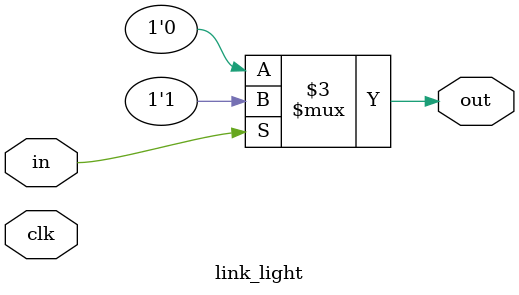
<source format=v>
module link_light(clk, in, out);

input clk, in;
output reg out;

always@(*)
begin
	if(in)
		begin
			out = 1;
		end
		else
		begin
			out = 0;
		end
end

endmodule 
</source>
